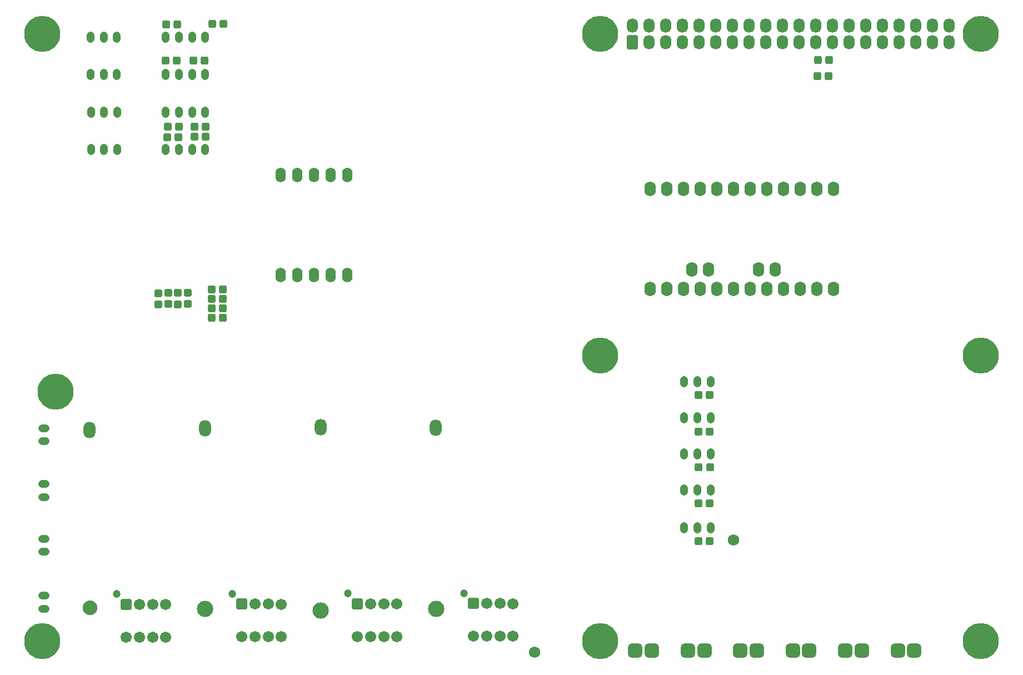
<source format=gbs>
%FSAX24Y24*%
%MOIN*%
G70*
G01*
G75*
G04 Layer_Color=16711935*
G04:AMPARAMS|DCode=10|XSize=31.5mil|YSize=31.5mil|CornerRadius=3.9mil|HoleSize=0mil|Usage=FLASHONLY|Rotation=0.000|XOffset=0mil|YOffset=0mil|HoleType=Round|Shape=RoundedRectangle|*
%AMROUNDEDRECTD10*
21,1,0.0315,0.0236,0,0,0.0*
21,1,0.0236,0.0315,0,0,0.0*
1,1,0.0079,0.0118,-0.0118*
1,1,0.0079,-0.0118,-0.0118*
1,1,0.0079,-0.0118,0.0118*
1,1,0.0079,0.0118,0.0118*
%
%ADD10ROUNDEDRECTD10*%
%ADD11O,0.0591X0.0157*%
%ADD12O,0.0591X0.0157*%
G04:AMPARAMS|DCode=13|XSize=120mil|YSize=40mil|CornerRadius=5mil|HoleSize=0mil|Usage=FLASHONLY|Rotation=270.000|XOffset=0mil|YOffset=0mil|HoleType=Round|Shape=RoundedRectangle|*
%AMROUNDEDRECTD13*
21,1,0.1200,0.0300,0,0,270.0*
21,1,0.1100,0.0400,0,0,270.0*
1,1,0.0100,-0.0150,-0.0550*
1,1,0.0100,-0.0150,0.0550*
1,1,0.0100,0.0150,0.0550*
1,1,0.0100,0.0150,-0.0550*
%
%ADD13ROUNDEDRECTD13*%
G04:AMPARAMS|DCode=14|XSize=330mil|YSize=420mil|CornerRadius=41.3mil|HoleSize=0mil|Usage=FLASHONLY|Rotation=270.000|XOffset=0mil|YOffset=0mil|HoleType=Round|Shape=RoundedRectangle|*
%AMROUNDEDRECTD14*
21,1,0.3300,0.3375,0,0,270.0*
21,1,0.2475,0.4200,0,0,270.0*
1,1,0.0825,-0.1688,-0.1238*
1,1,0.0825,-0.1688,0.1238*
1,1,0.0825,0.1688,0.1238*
1,1,0.0825,0.1688,-0.1238*
%
%ADD14ROUNDEDRECTD14*%
%ADD15R,0.0161X0.0540*%
%ADD16R,0.0790X0.0740*%
%ADD17O,0.0787X0.0157*%
%ADD18R,0.0787X0.0157*%
%ADD19O,0.0157X0.0591*%
%ADD20R,0.0591X0.0100*%
%ADD21R,0.0100X0.0591*%
%ADD22R,0.0965X0.0965*%
%ADD23R,0.0748X0.0787*%
%ADD24R,0.0748X0.0512*%
G04:AMPARAMS|DCode=25|XSize=39.4mil|YSize=35.4mil|CornerRadius=4.4mil|HoleSize=0mil|Usage=FLASHONLY|Rotation=270.000|XOffset=0mil|YOffset=0mil|HoleType=Round|Shape=RoundedRectangle|*
%AMROUNDEDRECTD25*
21,1,0.0394,0.0266,0,0,270.0*
21,1,0.0305,0.0354,0,0,270.0*
1,1,0.0089,-0.0133,-0.0153*
1,1,0.0089,-0.0133,0.0153*
1,1,0.0089,0.0133,0.0153*
1,1,0.0089,0.0133,-0.0153*
%
%ADD25ROUNDEDRECTD25*%
G04:AMPARAMS|DCode=26|XSize=50mil|YSize=50mil|CornerRadius=6.3mil|HoleSize=0mil|Usage=FLASHONLY|Rotation=90.000|XOffset=0mil|YOffset=0mil|HoleType=Round|Shape=RoundedRectangle|*
%AMROUNDEDRECTD26*
21,1,0.0500,0.0375,0,0,90.0*
21,1,0.0375,0.0500,0,0,90.0*
1,1,0.0125,0.0188,0.0188*
1,1,0.0125,0.0188,-0.0188*
1,1,0.0125,-0.0188,-0.0188*
1,1,0.0125,-0.0188,0.0188*
%
%ADD26ROUNDEDRECTD26*%
%ADD27R,0.0551X0.0827*%
G04:AMPARAMS|DCode=28|XSize=39.4mil|YSize=35.4mil|CornerRadius=4.4mil|HoleSize=0mil|Usage=FLASHONLY|Rotation=180.000|XOffset=0mil|YOffset=0mil|HoleType=Round|Shape=RoundedRectangle|*
%AMROUNDEDRECTD28*
21,1,0.0394,0.0266,0,0,180.0*
21,1,0.0305,0.0354,0,0,180.0*
1,1,0.0089,-0.0153,0.0133*
1,1,0.0089,0.0153,0.0133*
1,1,0.0089,0.0153,-0.0133*
1,1,0.0089,-0.0153,-0.0133*
%
%ADD28ROUNDEDRECTD28*%
%ADD29R,0.0710X0.0440*%
%ADD30R,0.1250X0.0800*%
%ADD31R,0.0300X0.0300*%
G04:AMPARAMS|DCode=32|XSize=23.6mil|YSize=39.4mil|CornerRadius=3mil|HoleSize=0mil|Usage=FLASHONLY|Rotation=90.000|XOffset=0mil|YOffset=0mil|HoleType=Round|Shape=RoundedRectangle|*
%AMROUNDEDRECTD32*
21,1,0.0236,0.0335,0,0,90.0*
21,1,0.0177,0.0394,0,0,90.0*
1,1,0.0059,0.0167,0.0089*
1,1,0.0059,0.0167,-0.0089*
1,1,0.0059,-0.0167,-0.0089*
1,1,0.0059,-0.0167,0.0089*
%
%ADD32ROUNDEDRECTD32*%
%ADD33R,0.0157X0.0500*%
%ADD34R,0.1043X0.0772*%
%ADD35R,0.0680X0.0880*%
%ADD36R,0.0500X0.0160*%
%ADD37R,0.1380X0.1610*%
%ADD38R,0.0360X0.0500*%
%ADD39R,0.0360X0.0360*%
%ADD40R,0.0860X0.0640*%
G04:AMPARAMS|DCode=41|XSize=55.1mil|YSize=39.4mil|CornerRadius=4.9mil|HoleSize=0mil|Usage=FLASHONLY|Rotation=0.000|XOffset=0mil|YOffset=0mil|HoleType=Round|Shape=RoundedRectangle|*
%AMROUNDEDRECTD41*
21,1,0.0551,0.0295,0,0,0.0*
21,1,0.0453,0.0394,0,0,0.0*
1,1,0.0098,0.0226,-0.0148*
1,1,0.0098,-0.0226,-0.0148*
1,1,0.0098,-0.0226,0.0148*
1,1,0.0098,0.0226,0.0148*
%
%ADD41ROUNDEDRECTD41*%
%ADD42R,0.0354X0.1457*%
%ADD43R,0.1457X0.0354*%
G04:AMPARAMS|DCode=44|XSize=70.9mil|YSize=45.3mil|CornerRadius=5.7mil|HoleSize=0mil|Usage=FLASHONLY|Rotation=90.000|XOffset=0mil|YOffset=0mil|HoleType=Round|Shape=RoundedRectangle|*
%AMROUNDEDRECTD44*
21,1,0.0709,0.0340,0,0,90.0*
21,1,0.0595,0.0453,0,0,90.0*
1,1,0.0113,0.0170,0.0298*
1,1,0.0113,0.0170,-0.0298*
1,1,0.0113,-0.0170,-0.0298*
1,1,0.0113,-0.0170,0.0298*
%
%ADD44ROUNDEDRECTD44*%
G04:AMPARAMS|DCode=45|XSize=55.1mil|YSize=39.4mil|CornerRadius=4.9mil|HoleSize=0mil|Usage=FLASHONLY|Rotation=90.000|XOffset=0mil|YOffset=0mil|HoleType=Round|Shape=RoundedRectangle|*
%AMROUNDEDRECTD45*
21,1,0.0551,0.0295,0,0,90.0*
21,1,0.0453,0.0394,0,0,90.0*
1,1,0.0098,0.0148,0.0226*
1,1,0.0098,0.0148,-0.0226*
1,1,0.0098,-0.0148,-0.0226*
1,1,0.0098,-0.0148,0.0226*
%
%ADD45ROUNDEDRECTD45*%
%ADD46C,0.0750*%
%ADD47C,0.0200*%
%ADD48C,0.0100*%
%ADD49C,0.0600*%
%ADD50C,0.0500*%
%ADD51C,0.0150*%
%ADD52C,0.0080*%
%ADD53C,0.0400*%
%ADD54C,0.0300*%
%ADD55C,0.0350*%
%ADD56C,0.0120*%
%ADD57C,0.1000*%
%ADD58C,0.0250*%
%ADD59C,0.0450*%
%ADD60O,0.0550X0.0800*%
%ADD61O,0.0600X0.0800*%
%ADD62O,0.0591X0.0413*%
%ADD63O,0.0413X0.0591*%
%ADD64C,0.0394*%
%ADD65C,0.0591*%
G04:AMPARAMS|DCode=66|XSize=59.1mil|YSize=59.1mil|CornerRadius=7.4mil|HoleSize=0mil|Usage=FLASHONLY|Rotation=0.000|XOffset=0mil|YOffset=0mil|HoleType=Round|Shape=RoundedRectangle|*
%AMROUNDEDRECTD66*
21,1,0.0591,0.0443,0,0,0.0*
21,1,0.0443,0.0591,0,0,0.0*
1,1,0.0148,0.0221,-0.0221*
1,1,0.0148,-0.0221,-0.0221*
1,1,0.0148,-0.0221,0.0221*
1,1,0.0148,0.0221,0.0221*
%
%ADD66ROUNDEDRECTD66*%
G04:AMPARAMS|DCode=67|XSize=78.7mil|YSize=78.7mil|CornerRadius=19.7mil|HoleSize=0mil|Usage=FLASHONLY|Rotation=0.000|XOffset=0mil|YOffset=0mil|HoleType=Round|Shape=RoundedRectangle|*
%AMROUNDEDRECTD67*
21,1,0.0787,0.0394,0,0,0.0*
21,1,0.0394,0.0787,0,0,0.0*
1,1,0.0394,0.0197,-0.0197*
1,1,0.0394,-0.0197,-0.0197*
1,1,0.0394,-0.0197,0.0197*
1,1,0.0394,0.0197,0.0197*
%
%ADD67ROUNDEDRECTD67*%
G04:AMPARAMS|DCode=68|XSize=78.7mil|YSize=59.1mil|CornerRadius=7.4mil|HoleSize=0mil|Usage=FLASHONLY|Rotation=90.000|XOffset=0mil|YOffset=0mil|HoleType=Round|Shape=RoundedRectangle|*
%AMROUNDEDRECTD68*
21,1,0.0787,0.0443,0,0,90.0*
21,1,0.0640,0.0591,0,0,90.0*
1,1,0.0148,0.0221,0.0320*
1,1,0.0148,0.0221,-0.0320*
1,1,0.0148,-0.0221,-0.0320*
1,1,0.0148,-0.0221,0.0320*
%
%ADD68ROUNDEDRECTD68*%
%ADD69O,0.0591X0.0787*%
%ADD70C,0.0900*%
%ADD71C,0.0800*%
%ADD72O,0.0650X0.0900*%
%ADD73C,0.2087*%
%ADD74C,0.0600*%
%ADD75C,0.0290*%
%ADD76C,0.0300*%
%ADD77C,0.0320*%
%ADD78C,0.0250*%
%ADD79C,0.0310*%
%ADD80C,0.0350*%
%ADD81C,0.0360*%
%ADD82C,0.0098*%
%ADD83C,0.0236*%
%ADD84C,0.0050*%
%ADD85C,0.0197*%
%ADD86C,0.0060*%
%ADD87C,0.0079*%
%ADD88C,0.0070*%
%ADD89C,0.0090*%
%ADD90C,0.0075*%
%ADD91R,0.1022X0.0582*%
%ADD92R,0.0669X0.0738*%
%ADD93R,0.0650X0.0768*%
%ADD94R,0.0738X0.0669*%
%ADD95R,0.0768X0.0650*%
%ADD96R,0.0472X0.0118*%
%ADD97O,0.0551X0.0117*%
%ADD98O,0.0117X0.0551*%
%ADD99R,0.0571X0.0571*%
%ADD100R,0.0523X0.0723*%
G04:AMPARAMS|DCode=101|XSize=118mil|YSize=65mil|CornerRadius=8.1mil|HoleSize=0mil|Usage=FLASHONLY|Rotation=90.000|XOffset=0mil|YOffset=0mil|HoleType=Round|Shape=RoundedRectangle|*
%AMROUNDEDRECTD101*
21,1,0.1180,0.0488,0,0,90.0*
21,1,0.1017,0.0650,0,0,90.0*
1,1,0.0163,0.0244,0.0509*
1,1,0.0163,0.0244,-0.0509*
1,1,0.0163,-0.0244,-0.0509*
1,1,0.0163,-0.0244,0.0509*
%
%ADD101ROUNDEDRECTD101*%
%ADD102R,0.0472X0.1890*%
%ADD103R,0.1890X0.0472*%
G04:AMPARAMS|DCode=104|XSize=39.5mil|YSize=39.5mil|CornerRadius=7.9mil|HoleSize=0mil|Usage=FLASHONLY|Rotation=0.000|XOffset=0mil|YOffset=0mil|HoleType=Round|Shape=RoundedRectangle|*
%AMROUNDEDRECTD104*
21,1,0.0395,0.0236,0,0,0.0*
21,1,0.0236,0.0395,0,0,0.0*
1,1,0.0159,0.0118,-0.0118*
1,1,0.0159,-0.0118,-0.0118*
1,1,0.0159,-0.0118,0.0118*
1,1,0.0159,0.0118,0.0118*
%
%ADD104ROUNDEDRECTD104*%
%ADD105O,0.0671X0.0237*%
%ADD106O,0.0691X0.0257*%
G04:AMPARAMS|DCode=107|XSize=128mil|YSize=48mil|CornerRadius=9mil|HoleSize=0mil|Usage=FLASHONLY|Rotation=270.000|XOffset=0mil|YOffset=0mil|HoleType=Round|Shape=RoundedRectangle|*
%AMROUNDEDRECTD107*
21,1,0.1280,0.0300,0,0,270.0*
21,1,0.1100,0.0480,0,0,270.0*
1,1,0.0180,-0.0150,-0.0550*
1,1,0.0180,-0.0150,0.0550*
1,1,0.0180,0.0150,0.0550*
1,1,0.0180,0.0150,-0.0550*
%
%ADD107ROUNDEDRECTD107*%
G04:AMPARAMS|DCode=108|XSize=338mil|YSize=428mil|CornerRadius=45.3mil|HoleSize=0mil|Usage=FLASHONLY|Rotation=270.000|XOffset=0mil|YOffset=0mil|HoleType=Round|Shape=RoundedRectangle|*
%AMROUNDEDRECTD108*
21,1,0.3380,0.3375,0,0,270.0*
21,1,0.2475,0.4280,0,0,270.0*
1,1,0.0905,-0.1688,-0.1238*
1,1,0.0905,-0.1688,0.1238*
1,1,0.0905,0.1688,0.1238*
1,1,0.0905,0.1688,-0.1238*
%
%ADD108ROUNDEDRECTD108*%
%ADD109R,0.0241X0.0620*%
%ADD110R,0.0870X0.0820*%
%ADD111O,0.0867X0.0237*%
%ADD112R,0.0867X0.0237*%
%ADD113O,0.0237X0.0671*%
%ADD114R,0.0671X0.0180*%
%ADD115R,0.0180X0.0671*%
%ADD116R,0.1045X0.1045*%
%ADD117R,0.0828X0.0867*%
%ADD118R,0.0828X0.0592*%
G04:AMPARAMS|DCode=119|XSize=47.4mil|YSize=43.4mil|CornerRadius=8.4mil|HoleSize=0mil|Usage=FLASHONLY|Rotation=270.000|XOffset=0mil|YOffset=0mil|HoleType=Round|Shape=RoundedRectangle|*
%AMROUNDEDRECTD119*
21,1,0.0474,0.0266,0,0,270.0*
21,1,0.0305,0.0434,0,0,270.0*
1,1,0.0169,-0.0133,-0.0153*
1,1,0.0169,-0.0133,0.0153*
1,1,0.0169,0.0133,0.0153*
1,1,0.0169,0.0133,-0.0153*
%
%ADD119ROUNDEDRECTD119*%
G04:AMPARAMS|DCode=120|XSize=58mil|YSize=58mil|CornerRadius=10.3mil|HoleSize=0mil|Usage=FLASHONLY|Rotation=90.000|XOffset=0mil|YOffset=0mil|HoleType=Round|Shape=RoundedRectangle|*
%AMROUNDEDRECTD120*
21,1,0.0580,0.0375,0,0,90.0*
21,1,0.0375,0.0580,0,0,90.0*
1,1,0.0205,0.0188,0.0188*
1,1,0.0205,0.0188,-0.0188*
1,1,0.0205,-0.0188,-0.0188*
1,1,0.0205,-0.0188,0.0188*
%
%ADD120ROUNDEDRECTD120*%
%ADD121R,0.0631X0.0907*%
G04:AMPARAMS|DCode=122|XSize=47.4mil|YSize=43.4mil|CornerRadius=8.4mil|HoleSize=0mil|Usage=FLASHONLY|Rotation=180.000|XOffset=0mil|YOffset=0mil|HoleType=Round|Shape=RoundedRectangle|*
%AMROUNDEDRECTD122*
21,1,0.0474,0.0266,0,0,180.0*
21,1,0.0305,0.0434,0,0,180.0*
1,1,0.0169,-0.0153,0.0133*
1,1,0.0169,0.0153,0.0133*
1,1,0.0169,0.0153,-0.0133*
1,1,0.0169,-0.0153,-0.0133*
%
%ADD122ROUNDEDRECTD122*%
%ADD123R,0.0790X0.0520*%
%ADD124R,0.1330X0.0880*%
%ADD125R,0.0380X0.0380*%
G04:AMPARAMS|DCode=126|XSize=31.6mil|YSize=47.4mil|CornerRadius=7mil|HoleSize=0mil|Usage=FLASHONLY|Rotation=90.000|XOffset=0mil|YOffset=0mil|HoleType=Round|Shape=RoundedRectangle|*
%AMROUNDEDRECTD126*
21,1,0.0316,0.0335,0,0,90.0*
21,1,0.0177,0.0474,0,0,90.0*
1,1,0.0139,0.0167,0.0089*
1,1,0.0139,0.0167,-0.0089*
1,1,0.0139,-0.0167,-0.0089*
1,1,0.0139,-0.0167,0.0089*
%
%ADD126ROUNDEDRECTD126*%
%ADD127R,0.0217X0.0560*%
%ADD128R,0.1103X0.0832*%
%ADD129R,0.0760X0.0960*%
%ADD130R,0.0580X0.0240*%
%ADD131R,0.1460X0.1690*%
%ADD132R,0.0440X0.0580*%
%ADD133R,0.0440X0.0440*%
%ADD134R,0.0940X0.0720*%
G04:AMPARAMS|DCode=135|XSize=63.1mil|YSize=47.4mil|CornerRadius=8.9mil|HoleSize=0mil|Usage=FLASHONLY|Rotation=0.000|XOffset=0mil|YOffset=0mil|HoleType=Round|Shape=RoundedRectangle|*
%AMROUNDEDRECTD135*
21,1,0.0631,0.0295,0,0,0.0*
21,1,0.0453,0.0474,0,0,0.0*
1,1,0.0178,0.0226,-0.0148*
1,1,0.0178,-0.0226,-0.0148*
1,1,0.0178,-0.0226,0.0148*
1,1,0.0178,0.0226,0.0148*
%
%ADD135ROUNDEDRECTD135*%
%ADD136R,0.0434X0.1537*%
%ADD137R,0.1537X0.0434*%
G04:AMPARAMS|DCode=138|XSize=78.9mil|YSize=53.3mil|CornerRadius=9.7mil|HoleSize=0mil|Usage=FLASHONLY|Rotation=90.000|XOffset=0mil|YOffset=0mil|HoleType=Round|Shape=RoundedRectangle|*
%AMROUNDEDRECTD138*
21,1,0.0789,0.0340,0,0,90.0*
21,1,0.0595,0.0533,0,0,90.0*
1,1,0.0193,0.0170,0.0298*
1,1,0.0193,0.0170,-0.0298*
1,1,0.0193,-0.0170,-0.0298*
1,1,0.0193,-0.0170,0.0298*
%
%ADD138ROUNDEDRECTD138*%
G04:AMPARAMS|DCode=139|XSize=63.1mil|YSize=47.4mil|CornerRadius=8.9mil|HoleSize=0mil|Usage=FLASHONLY|Rotation=90.000|XOffset=0mil|YOffset=0mil|HoleType=Round|Shape=RoundedRectangle|*
%AMROUNDEDRECTD139*
21,1,0.0631,0.0295,0,0,90.0*
21,1,0.0453,0.0474,0,0,90.0*
1,1,0.0178,0.0148,0.0226*
1,1,0.0178,0.0148,-0.0226*
1,1,0.0178,-0.0148,-0.0226*
1,1,0.0178,-0.0148,0.0226*
%
%ADD139ROUNDEDRECTD139*%
%ADD140C,0.0830*%
%ADD141O,0.0630X0.0880*%
%ADD142O,0.0680X0.0880*%
%ADD143O,0.0671X0.0493*%
%ADD144O,0.0493X0.0671*%
%ADD145C,0.0474*%
%ADD146C,0.0671*%
G04:AMPARAMS|DCode=147|XSize=67.1mil|YSize=67.1mil|CornerRadius=11.4mil|HoleSize=0mil|Usage=FLASHONLY|Rotation=0.000|XOffset=0mil|YOffset=0mil|HoleType=Round|Shape=RoundedRectangle|*
%AMROUNDEDRECTD147*
21,1,0.0671,0.0443,0,0,0.0*
21,1,0.0443,0.0671,0,0,0.0*
1,1,0.0228,0.0221,-0.0221*
1,1,0.0228,-0.0221,-0.0221*
1,1,0.0228,-0.0221,0.0221*
1,1,0.0228,0.0221,0.0221*
%
%ADD147ROUNDEDRECTD147*%
G04:AMPARAMS|DCode=148|XSize=86.7mil|YSize=86.7mil|CornerRadius=23.7mil|HoleSize=0mil|Usage=FLASHONLY|Rotation=0.000|XOffset=0mil|YOffset=0mil|HoleType=Round|Shape=RoundedRectangle|*
%AMROUNDEDRECTD148*
21,1,0.0867,0.0394,0,0,0.0*
21,1,0.0394,0.0867,0,0,0.0*
1,1,0.0474,0.0197,-0.0197*
1,1,0.0474,-0.0197,-0.0197*
1,1,0.0474,-0.0197,0.0197*
1,1,0.0474,0.0197,0.0197*
%
%ADD148ROUNDEDRECTD148*%
G04:AMPARAMS|DCode=149|XSize=86.7mil|YSize=67.1mil|CornerRadius=11.4mil|HoleSize=0mil|Usage=FLASHONLY|Rotation=90.000|XOffset=0mil|YOffset=0mil|HoleType=Round|Shape=RoundedRectangle|*
%AMROUNDEDRECTD149*
21,1,0.0867,0.0443,0,0,90.0*
21,1,0.0640,0.0671,0,0,90.0*
1,1,0.0228,0.0221,0.0320*
1,1,0.0228,0.0221,-0.0320*
1,1,0.0228,-0.0221,-0.0320*
1,1,0.0228,-0.0221,0.0320*
%
%ADD149ROUNDEDRECTD149*%
%ADD150O,0.0671X0.0867*%
%ADD151C,0.0980*%
%ADD152C,0.0880*%
%ADD153O,0.0730X0.0980*%
%ADD154C,0.2167*%
%ADD155C,0.0680*%
D119*
X058140Y048396D02*
D03*
X057470D02*
D03*
X058140Y046142D02*
D03*
X057470D02*
D03*
X058150Y050581D02*
D03*
X057480D02*
D03*
X058140Y052707D02*
D03*
X057470D02*
D03*
X058120Y054921D02*
D03*
X057451D02*
D03*
X025502Y074961D02*
D03*
X026171D02*
D03*
X025600Y070364D02*
D03*
X026270D02*
D03*
X065276Y074055D02*
D03*
X064606D02*
D03*
X027825Y074970D02*
D03*
X027156D02*
D03*
X027894Y070394D02*
D03*
X027224D02*
D03*
X065305Y075020D02*
D03*
X064636D02*
D03*
X025531Y077156D02*
D03*
X026201D02*
D03*
X025620Y071024D02*
D03*
X026289D02*
D03*
X027904D02*
D03*
X027234D02*
D03*
X028957Y077165D02*
D03*
X028287D02*
D03*
X028937Y061230D02*
D03*
X028268D02*
D03*
X028937Y060659D02*
D03*
X028268D02*
D03*
X028937Y060098D02*
D03*
X028268D02*
D03*
X028937Y059557D02*
D03*
X028268D02*
D03*
D122*
X026821Y060364D02*
D03*
Y061033D02*
D03*
X026242Y060356D02*
D03*
Y061026D02*
D03*
X025650Y060364D02*
D03*
Y061033D02*
D03*
X025059Y060335D02*
D03*
Y061004D02*
D03*
D141*
X032409Y062118D02*
D03*
X033409D02*
D03*
X034409D02*
D03*
X035409D02*
D03*
X036409D02*
D03*
Y068118D02*
D03*
X035409D02*
D03*
X034409D02*
D03*
X033409D02*
D03*
X032409D02*
D03*
D142*
X065551Y067283D02*
D03*
X064551D02*
D03*
X062551D02*
D03*
X061551D02*
D03*
X060551D02*
D03*
X059551D02*
D03*
X058551D02*
D03*
X057551D02*
D03*
X056551D02*
D03*
X055551D02*
D03*
X054551D02*
D03*
X063551D02*
D03*
X065551Y061283D02*
D03*
X064551D02*
D03*
X063551D02*
D03*
X062551D02*
D03*
X061551D02*
D03*
X060551D02*
D03*
X059551D02*
D03*
X058551D02*
D03*
X057551D02*
D03*
X056551D02*
D03*
X055551D02*
D03*
X054551D02*
D03*
X062051Y062433D02*
D03*
X061051D02*
D03*
X058051D02*
D03*
X057051D02*
D03*
D143*
X018189Y042087D02*
D03*
Y042874D02*
D03*
Y045493D02*
D03*
Y046281D02*
D03*
Y048780D02*
D03*
Y049567D02*
D03*
Y052126D02*
D03*
Y052913D02*
D03*
D144*
X057402Y055696D02*
D03*
X056614D02*
D03*
X058189D02*
D03*
X057402Y053530D02*
D03*
X056614D02*
D03*
X058189D02*
D03*
X057402Y051365D02*
D03*
X056614D02*
D03*
X058189D02*
D03*
X057402Y049200D02*
D03*
X056614D02*
D03*
X058189D02*
D03*
X057402Y046956D02*
D03*
X056614D02*
D03*
X058189D02*
D03*
X026299Y076378D02*
D03*
X027874D02*
D03*
X027087D02*
D03*
X025512D02*
D03*
X026299Y074134D02*
D03*
X027874D02*
D03*
X027087D02*
D03*
X025512D02*
D03*
X026299Y071890D02*
D03*
X027874D02*
D03*
X027087D02*
D03*
X025512D02*
D03*
X026299Y069646D02*
D03*
X027874D02*
D03*
X027087D02*
D03*
X025512D02*
D03*
X021786Y076378D02*
D03*
X022573D02*
D03*
X020999D02*
D03*
X021786Y074134D02*
D03*
X022573D02*
D03*
X020999D02*
D03*
X021811Y071890D02*
D03*
X022598D02*
D03*
X021024D02*
D03*
X021811Y069643D02*
D03*
X022598D02*
D03*
X021024D02*
D03*
D145*
X043406Y043012D02*
D03*
X036437Y042992D02*
D03*
X029503Y042988D02*
D03*
X022573Y042968D02*
D03*
D146*
X046339Y040433D02*
D03*
X045551D02*
D03*
X044764D02*
D03*
X043976D02*
D03*
X046339Y042382D02*
D03*
X044764Y042402D02*
D03*
X045551D02*
D03*
X039370Y040413D02*
D03*
X038583D02*
D03*
X037795D02*
D03*
X037008D02*
D03*
X039370Y042362D02*
D03*
X037795Y042382D02*
D03*
X038583D02*
D03*
X032436Y040409D02*
D03*
X031648D02*
D03*
X030861D02*
D03*
X030073D02*
D03*
X032436Y042357D02*
D03*
X030861Y042377D02*
D03*
X031648D02*
D03*
X025506Y040389D02*
D03*
X024719D02*
D03*
X023932D02*
D03*
X023144D02*
D03*
X025506Y042337D02*
D03*
X023932Y042357D02*
D03*
X024719D02*
D03*
D147*
X043976Y042402D02*
D03*
X037008Y042382D02*
D03*
X030073Y042377D02*
D03*
X023144Y042357D02*
D03*
D148*
X070413Y039567D02*
D03*
X069429D02*
D03*
X067264D02*
D03*
X066280D02*
D03*
X054665D02*
D03*
X053681D02*
D03*
X057815D02*
D03*
X056831D02*
D03*
X060965D02*
D03*
X059980D02*
D03*
X064114D02*
D03*
X063130D02*
D03*
D149*
X053492Y076080D02*
D03*
D150*
X054492D02*
D03*
X055492D02*
D03*
X056492D02*
D03*
X057492D02*
D03*
X058492D02*
D03*
X059492D02*
D03*
X060492D02*
D03*
X061492D02*
D03*
X062492D02*
D03*
X063492D02*
D03*
X064492D02*
D03*
X065492D02*
D03*
X066492D02*
D03*
X067492D02*
D03*
X068492D02*
D03*
X069492D02*
D03*
X070492D02*
D03*
X071492D02*
D03*
X072492D02*
D03*
X053492Y077080D02*
D03*
X054492D02*
D03*
X055492D02*
D03*
X056492D02*
D03*
X057492D02*
D03*
X058492D02*
D03*
X059492D02*
D03*
X060492D02*
D03*
X061492D02*
D03*
X062492D02*
D03*
X063492D02*
D03*
X064492D02*
D03*
X065492D02*
D03*
X066492D02*
D03*
X067492D02*
D03*
X068492D02*
D03*
X069492D02*
D03*
X070492D02*
D03*
X071492D02*
D03*
X072492D02*
D03*
D151*
X041722Y042087D02*
D03*
X034813Y041968D02*
D03*
X027881Y042087D02*
D03*
D152*
X020965Y042126D02*
D03*
D153*
X020945Y052795D02*
D03*
X041703Y052933D02*
D03*
X034796Y052982D02*
D03*
X027864Y052923D02*
D03*
D154*
X074409Y040157D02*
D03*
X051575Y057283D02*
D03*
X074409D02*
D03*
Y076575D02*
D03*
X051575D02*
D03*
Y040157D02*
D03*
X018110Y076575D02*
D03*
Y040157D02*
D03*
X018898Y055118D02*
D03*
D155*
X047638Y039488D02*
D03*
X059551Y046206D02*
D03*
M02*

</source>
